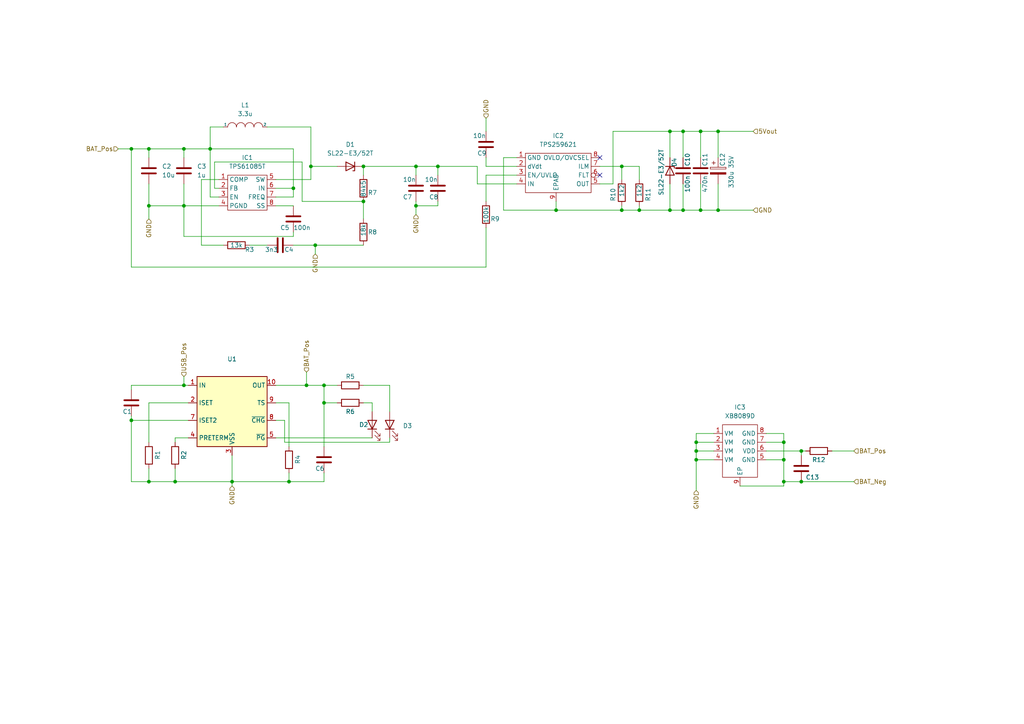
<source format=kicad_sch>
(kicad_sch (version 20211123) (generator eeschema)
  (paper "A4")
  (lib_symbols
    (symbol "Battery_Management:BQ24090DGQ"
      (property "Reference" "U" (at -9.398 13.462 0))
      (property "Value" "BQ24090DGQ" (at -3.81 11.43 0))
      (symbol "BQ24090DGQ_0_1"
        (rectangle (start -10.16 10.16) (end 10.16 -10.16) (stroke (width 0.254)) (fill (type background)))
      )
      (symbol "BQ24090DGQ_1_1"
        (pin power_in line (at -12.7 7.62 0) (length 2.54) (name "IN") (number "1"))
        (pin power_out line (at 12.7 7.62 180) (length 2.54) (name "OUT") (number "10"))
        (pin passive line (at 0 -12.7 90) (length 2.54) hide (name "VSS") (number "11"))
        (pin passive line (at -12.7 2.54 0) (length 2.54) (name "ISET") (number "2"))
        (pin power_in line (at 0 -12.7 90) (length 2.54) (name "VSS") (number "3"))
        (pin passive line (at -12.7 -7.62 0) (length 2.54) (name "PRETERM") (number "4"))
        (pin open_collector line (at 12.7 -7.62 180) (length 2.54) (name "~{PG}") (number "5"))
        (pin no_connect line (at 5.08 -10.16 90) (length 2.54) hide (name "NC") (number "6"))
        (pin passive line (at -12.7 -2.54 0) (length 2.54) (name "ISET2") (number "7"))
        (pin open_collector line (at 12.7 -2.54 180) (length 2.54) (name "~{CHG}") (number "8"))
        (pin passive line (at 12.7 2.54 180) (length 2.54) (name "TS") (number "9"))
      )
    )
    (symbol "Device:C" (pin_numbers hide) (pin_names (offset 0.254))
      (property "Reference" "C" (at 0.635 2.54 0))
      (property "Value" "C" (at 0.635 -2.54 0))
      (symbol "C_0_1"
        (polyline (pts (xy -2.032 -0.762) (xy 2.032 -0.762)) (stroke (width 0.508)))
        (polyline (pts (xy -2.032 0.762) (xy 2.032 0.762)) (stroke (width 0.508)))
      )
      (symbol "C_1_1"
        (pin passive line (at 0 3.81 270) (length 2.794) (name "~") (number "1"))
        (pin passive line (at 0 -3.81 90) (length 2.794) (name "~") (number "2"))
      )
    )
    (symbol "Device:C_Polarized" (pin_numbers hide) (pin_names (offset 0.254))
      (property "Reference" "C" (at 0.635 2.54 0))
      (property "Value" "C_Polarized" (at 0.635 -2.54 0))
      (symbol "C_Polarized_0_1"
        (rectangle (start -2.286 0.508) (end 2.286 1.016))
        (polyline (pts (xy -1.778 2.286) (xy -0.762 2.286)))
        (polyline (pts (xy -1.27 2.794) (xy -1.27 1.778)))
        (rectangle (start 2.286 -0.508) (end -2.286 -1.016) (fill (type outline)))
      )
      (symbol "C_Polarized_1_1"
        (pin passive line (at 0 3.81 270) (length 2.794) (name "~") (number "1"))
        (pin passive line (at 0 -3.81 90) (length 2.794) (name "~") (number "2"))
      )
    )
    (symbol "Device:D_Zener" (pin_numbers hide) (pin_names (offset 1.016) hide)
      (property "Reference" "D" (at 0 2.54 0))
      (property "Value" "D_Zener" (at 0 -2.54 0))
      (symbol "D_Zener_0_1"
        (polyline (pts (xy 1.27 0) (xy -1.27 0)))
        (polyline (pts (xy -1.27 -1.27) (xy -1.27 1.27) (xy -0.762 1.27)) (stroke (width 0.254)))
        (polyline (pts (xy 1.27 -1.27) (xy 1.27 1.27) (xy -1.27 0) (xy 1.27 -1.27)) (stroke (width 0.254)))
      )
      (symbol "D_Zener_1_1"
        (pin passive line (at -3.81 0 0) (length 2.54) (name "K") (number "1"))
        (pin passive line (at 3.81 0 180) (length 2.54) (name "A") (number "2"))
      )
    )
    (symbol "Device:LED" (pin_numbers hide) (pin_names (offset 1.016) hide)
      (property "Reference" "D" (at 0 2.54 0))
      (property "Value" "LED" (at 0 -2.54 0))
      (symbol "LED_0_1"
        (polyline (pts (xy -1.27 -1.27) (xy -1.27 1.27)) (stroke (width 0.254)))
        (polyline (pts (xy -1.27 0) (xy 1.27 0)))
        (polyline (pts (xy 1.27 -1.27) (xy 1.27 1.27) (xy -1.27 0) (xy 1.27 -1.27)) (stroke (width 0.254)))
        (polyline (pts (xy -3.048 -0.762) (xy -4.572 -2.286) (xy -3.81 -2.286) (xy -4.572 -2.286) (xy -4.572 -1.524)))
        (polyline (pts (xy -1.778 -0.762) (xy -3.302 -2.286) (xy -2.54 -2.286) (xy -3.302 -2.286) (xy -3.302 -1.524)))
      )
      (symbol "LED_1_1"
        (pin passive line (at -3.81 0 0) (length 2.54) (name "K") (number "1"))
        (pin passive line (at 3.81 0 180) (length 2.54) (name "A") (number "2"))
      )
    )
    (symbol "Device:R" (pin_numbers hide) (pin_names (offset 0))
      (property "Reference" "R" (at 2.032 0 90))
      (property "Value" "R" (at 0 0 90))
      (symbol "R_0_1"
        (rectangle (start -1.016 -2.54) (end 1.016 2.54) (stroke (width 0.254)))
      )
      (symbol "R_1_1"
        (pin passive line (at 0 3.81 270) (length 1.27) (name "~") (number "1"))
        (pin passive line (at 0 -3.81 90) (length 1.27) (name "~") (number "2"))
      )
    )
    (symbol "Project_Symbols:TPS259621"
      (property "Reference" "IC4" (at -0.635 11.43 0))
      (property "Value" "TPS259621" (at -0.635 8.89 0))
      (symbol "TPS259621_0_1"
        (rectangle (start -10.16 6.35) (end 8.89 -5.08))
      )
      (symbol "TPS259621_1_1"
        (pin power_out line (at -12.7 5.08 0) (length 2.54) (name "GND") (number "1"))
        (pin output line (at -12.7 2.54 0) (length 2.54) (name "dVdt") (number "2"))
        (pin input line (at -12.7 0 0) (length 2.54) (name "EN/UVLO") (number "3"))
        (pin power_in line (at -12.7 -2.54 0) (length 2.54) (name "IN") (number "4"))
        (pin power_out line (at 11.43 -2.54 180) (length 2.54) (name "OUT") (number "5"))
        (pin output inverted (at 11.43 0 180) (length 2.54) (name "FLT") (number "6"))
        (pin output line (at 11.43 2.54 180) (length 2.54) (name "ILM") (number "7"))
        (pin input line (at 11.43 5.08 180) (length 2.54) (name "OVLO/OVCSEL") (number "8"))
        (pin power_out line (at -1.27 -7.62 90) (length 2.54) (name "EPAD") (number "9"))
      )
    )
    (symbol "Project_Symbols:TPS61085T"
      (property "Reference" "IC" (at 0 8.89 0))
      (property "Value" "TPS61085T" (at 0 7.62 0))
      (symbol "TPS61085T_0_1"
        (rectangle (start -6.35 5.08) (end 5.08 -5.08))
      )
      (symbol "TPS61085T_1_1"
        (pin bidirectional line (at -8.89 3.81 0) (length 2.54) (name "COMP") (number "1"))
        (pin input line (at -8.89 1.27 0) (length 2.54) (name "FB") (number "2"))
        (pin input line (at -8.89 -1.27 0) (length 2.54) (name "EN") (number "3"))
        (pin power_out line (at -8.89 -3.81 0) (length 2.54) (name "PGND") (number "4"))
        (pin input line (at 7.62 3.81 180) (length 2.54) (name "SW") (number "5"))
        (pin power_in line (at 7.62 1.27 180) (length 2.54) (name "IN") (number "6"))
        (pin input line (at 7.62 -1.27 180) (length 2.54) (name "FREQ") (number "7"))
        (pin output line (at 7.62 -3.81 180) (length 2.54) (name "SS") (number "8"))
      )
    )
    (symbol "Project_Symbols:XB8089D"
      (property "Reference" "IC?" (at 0 12.7 0))
      (property "Value" "XB8089D" (at 0 10.16 0))
      (symbol "XB8089D_0_1"
        (rectangle (start -5.08 7.62) (end 5.08 -7.62))
      )
      (symbol "XB8089D_1_1"
        (pin input line (at -7.62 5.08 0) (length 2.54) (name "VM") (number "1"))
        (pin input line (at -7.62 2.54 0) (length 2.54) (name "VM") (number "2"))
        (pin input line (at -7.62 0 0) (length 2.54) (name "VM") (number "3"))
        (pin input line (at -7.62 -2.54 0) (length 2.54) (name "VM") (number "4"))
        (pin input line (at 7.62 -2.54 180) (length 2.54) (name "GND") (number "5"))
        (pin input line (at 7.62 0 180) (length 2.54) (name "VDD") (number "6"))
        (pin input line (at 7.62 2.54 180) (length 2.54) (name "GND") (number "7"))
        (pin input line (at 7.62 5.08 180) (length 2.54) (name "GND") (number "8"))
        (pin input line (at 0 -10.16 90) (length 2.54) (name "EP") (number "9"))
      )
    )
    (symbol "pspice:INDUCTOR" (pin_numbers hide) (pin_names (offset 0))
      (property "Reference" "L" (at 0 2.54 0))
      (property "Value" "INDUCTOR" (at 0 -1.27 0))
      (symbol "INDUCTOR_0_1"
        (arc (start -2.54 0) (mid -3.81 1.27) (end -5.08 0))
        (arc (start 0 0) (mid -1.27 1.27) (end -2.54 0))
        (arc (start 2.54 0) (mid 1.27 1.27) (end 0 0))
        (arc (start 5.08 0) (mid 3.81 1.27) (end 2.54 0))
      )
      (symbol "INDUCTOR_1_1"
        (pin input line (at -6.35 0 0) (length 1.27) (name "1") (number "1"))
        (pin input line (at 6.35 0 180) (length 1.27) (name "2") (number "2"))
      )
    )
  )
  (junction (at 201.93 130.81))
  (junction (at 38.1 121.92))
  (junction (at 120.65 48.26))
  (junction (at 43.18 139.7))
  (junction (at 53.34 111.76))
  (junction (at 43.18 43.18))
  (junction (at 232.41 130.81))
  (junction (at 161.29 60.96))
  (junction (at 203.2 60.96))
  (junction (at 227.33 139.7))
  (junction (at 43.18 59.69))
  (junction (at 38.1 43.18))
  (junction (at 85.09 54.61))
  (junction (at 83.82 139.7))
  (junction (at 208.28 38.1))
  (junction (at 180.34 60.96))
  (junction (at 185.42 60.96))
  (junction (at 67.31 139.7))
  (junction (at 227.33 128.27))
  (junction (at 201.93 133.35))
  (junction (at 198.12 38.1))
  (junction (at 60.96 43.18))
  (junction (at 93.98 111.76))
  (junction (at 88.9 111.76))
  (junction (at 105.41 58.42))
  (junction (at 90.17 48.26))
  (junction (at 53.34 59.69))
  (junction (at 227.33 133.35))
  (junction (at 201.93 128.27))
  (junction (at 194.31 38.1))
  (junction (at 93.98 116.84))
  (junction (at 203.2 38.1))
  (junction (at 105.41 48.26))
  (junction (at 208.28 60.96))
  (junction (at 180.34 48.26))
  (junction (at 127 48.26))
  (junction (at 232.41 139.7))
  (junction (at 198.12 60.96))
  (junction (at 91.44 71.12))
  (junction (at 50.8 139.7))
  (junction (at 53.34 43.18))
  (junction (at 194.31 60.96))
  (junction (at 120.65 59.69))
  (no_connect (at 173.99 50.8))
  (no_connect (at 173.99 45.72))
  (wire (pts (xy 38.1 120.65) (xy 38.1 121.92)))
  (wire (pts (xy 227.33 140.97) (xy 227.33 139.7)))
  (wire (pts (xy 93.98 137.16) (xy 93.98 139.7)))
  (wire (pts (xy 63.5 52.07) (xy 58.42 52.07)))
  (wire (pts (xy 208.28 60.96) (xy 218.44 60.96)))
  (wire (pts (xy 83.82 137.16) (xy 83.82 139.7)))
  (wire (pts (xy 80.01 52.07) (xy 90.17 52.07)))
  (wire (pts (xy 120.65 59.69) (xy 127 59.69)))
  (wire (pts (xy 177.8 53.34) (xy 177.8 38.1)))
  (wire (pts (xy 43.18 53.34) (xy 43.18 59.69)))
  (wire (pts (xy 38.1 121.92) (xy 54.61 121.92)))
  (wire (pts (xy 180.34 48.26) (xy 185.42 48.26)))
  (wire (pts (xy 43.18 116.84) (xy 54.61 116.84)))
  (wire (pts (xy 93.98 116.84) (xy 93.98 129.54)))
  (wire (pts (xy 194.31 60.96) (xy 198.12 60.96)))
  (wire (pts (xy 80.01 127) (xy 107.95 127)))
  (wire (pts (xy 208.28 38.1) (xy 218.44 38.1)))
  (wire (pts (xy 105.41 48.26) (xy 120.65 48.26)))
  (wire (pts (xy 222.25 133.35) (xy 227.33 133.35)))
  (wire (pts (xy 140.97 50.8) (xy 149.86 50.8)))
  (wire (pts (xy 83.82 139.7) (xy 93.98 139.7)))
  (wire (pts (xy 201.93 133.35) (xy 201.93 142.24)))
  (wire (pts (xy 105.41 58.42) (xy 105.41 63.5)))
  (wire (pts (xy 177.8 38.1) (xy 194.31 38.1)))
  (wire (pts (xy 140.97 48.26) (xy 149.86 48.26)))
  (wire (pts (xy 38.1 77.47) (xy 140.97 77.47)))
  (wire (pts (xy 50.8 139.7) (xy 67.31 139.7)))
  (wire (pts (xy 120.65 58.42) (xy 120.65 59.69)))
  (wire (pts (xy 198.12 38.1) (xy 198.12 45.72)))
  (wire (pts (xy 53.34 43.18) (xy 60.96 43.18)))
  (wire (pts (xy 120.65 59.69) (xy 120.65 62.23)))
  (wire (pts (xy 241.3 130.81) (xy 247.65 130.81)))
  (wire (pts (xy 127 48.26) (xy 138.43 48.26)))
  (wire (pts (xy 72.39 71.12) (xy 77.47 71.12)))
  (wire (pts (xy 207.01 125.73) (xy 201.93 125.73)))
  (wire (pts (xy 208.28 53.34) (xy 208.28 60.96)))
  (wire (pts (xy 83.82 116.84) (xy 83.82 129.54)))
  (wire (pts (xy 203.2 38.1) (xy 203.2 45.72)))
  (wire (pts (xy 87.63 46.99) (xy 87.63 58.42)))
  (wire (pts (xy 198.12 53.34) (xy 198.12 60.96)))
  (wire (pts (xy 88.9 107.95) (xy 88.9 111.76)))
  (wire (pts (xy 60.96 36.83) (xy 60.96 43.18)))
  (wire (pts (xy 105.41 111.76) (xy 113.03 111.76)))
  (wire (pts (xy 203.2 38.1) (xy 208.28 38.1)))
  (wire (pts (xy 90.17 48.26) (xy 97.79 48.26)))
  (wire (pts (xy 227.33 125.73) (xy 227.33 128.27)))
  (wire (pts (xy 53.34 68.58) (xy 53.34 59.69)))
  (wire (pts (xy 222.25 125.73) (xy 227.33 125.73)))
  (wire (pts (xy 161.29 60.96) (xy 161.29 58.42)))
  (wire (pts (xy 180.34 59.69) (xy 180.34 60.96)))
  (wire (pts (xy 232.41 130.81) (xy 233.68 130.81)))
  (wire (pts (xy 50.8 135.89) (xy 50.8 139.7)))
  (wire (pts (xy 85.09 59.69) (xy 80.01 59.69)))
  (wire (pts (xy 201.93 125.73) (xy 201.93 128.27)))
  (wire (pts (xy 80.01 116.84) (xy 83.82 116.84)))
  (wire (pts (xy 93.98 116.84) (xy 97.79 116.84)))
  (wire (pts (xy 50.8 128.27) (xy 50.8 127)))
  (wire (pts (xy 185.42 60.96) (xy 194.31 60.96)))
  (wire (pts (xy 83.82 139.7) (xy 67.31 139.7)))
  (wire (pts (xy 173.99 48.26) (xy 180.34 48.26)))
  (wire (pts (xy 60.96 43.18) (xy 60.96 57.15)))
  (wire (pts (xy 85.09 54.61) (xy 85.09 43.18)))
  (wire (pts (xy 194.31 38.1) (xy 198.12 38.1)))
  (wire (pts (xy 58.42 71.12) (xy 64.77 71.12)))
  (wire (pts (xy 80.01 54.61) (xy 85.09 54.61)))
  (wire (pts (xy 38.1 139.7) (xy 43.18 139.7)))
  (wire (pts (xy 53.34 43.18) (xy 53.34 45.72)))
  (wire (pts (xy 43.18 128.27) (xy 43.18 116.84)))
  (wire (pts (xy 140.97 45.72) (xy 140.97 48.26)))
  (wire (pts (xy 38.1 113.03) (xy 38.1 111.76)))
  (wire (pts (xy 214.63 140.97) (xy 227.33 140.97)))
  (wire (pts (xy 85.09 43.18) (xy 60.96 43.18)))
  (wire (pts (xy 198.12 60.96) (xy 203.2 60.96)))
  (wire (pts (xy 227.33 128.27) (xy 227.33 133.35)))
  (wire (pts (xy 194.31 38.1) (xy 194.31 45.72)))
  (wire (pts (xy 149.86 45.72) (xy 146.05 45.72)))
  (wire (pts (xy 91.44 71.12) (xy 105.41 71.12)))
  (wire (pts (xy 93.98 111.76) (xy 93.98 116.84)))
  (wire (pts (xy 50.8 127) (xy 54.61 127)))
  (wire (pts (xy 85.09 67.31) (xy 85.09 68.58)))
  (wire (pts (xy 53.34 109.22) (xy 53.34 111.76)))
  (wire (pts (xy 58.42 52.07) (xy 58.42 71.12)))
  (wire (pts (xy 120.65 48.26) (xy 127 48.26)))
  (wire (pts (xy 53.34 59.69) (xy 63.5 59.69)))
  (wire (pts (xy 63.5 57.15) (xy 60.96 57.15)))
  (wire (pts (xy 87.63 58.42) (xy 105.41 58.42)))
  (wire (pts (xy 53.34 59.69) (xy 43.18 59.69)))
  (wire (pts (xy 67.31 132.08) (xy 67.31 139.7)))
  (wire (pts (xy 201.93 128.27) (xy 201.93 130.81)))
  (wire (pts (xy 43.18 59.69) (xy 43.18 63.5)))
  (wire (pts (xy 82.55 121.92) (xy 82.55 128.27)))
  (wire (pts (xy 138.43 48.26) (xy 138.43 53.34)))
  (wire (pts (xy 38.1 43.18) (xy 38.1 77.47)))
  (wire (pts (xy 203.2 53.34) (xy 203.2 60.96)))
  (wire (pts (xy 140.97 50.8) (xy 140.97 58.42)))
  (wire (pts (xy 43.18 43.18) (xy 43.18 45.72)))
  (wire (pts (xy 53.34 53.34) (xy 53.34 59.69)))
  (wire (pts (xy 227.33 133.35) (xy 227.33 139.7)))
  (wire (pts (xy 85.09 57.15) (xy 80.01 57.15)))
  (wire (pts (xy 62.23 54.61) (xy 62.23 46.99)))
  (wire (pts (xy 62.23 46.99) (xy 87.63 46.99)))
  (wire (pts (xy 90.17 36.83) (xy 90.17 48.26)))
  (wire (pts (xy 43.18 43.18) (xy 53.34 43.18)))
  (wire (pts (xy 140.97 34.29) (xy 140.97 38.1)))
  (wire (pts (xy 146.05 45.72) (xy 146.05 60.96)))
  (wire (pts (xy 222.25 130.81) (xy 232.41 130.81)))
  (wire (pts (xy 82.55 128.27) (xy 113.03 128.27)))
  (wire (pts (xy 180.34 48.26) (xy 180.34 52.07)))
  (wire (pts (xy 113.03 111.76) (xy 113.03 119.38)))
  (wire (pts (xy 138.43 53.34) (xy 149.86 53.34)))
  (wire (pts (xy 38.1 111.76) (xy 53.34 111.76)))
  (wire (pts (xy 64.77 36.83) (xy 60.96 36.83)))
  (wire (pts (xy 201.93 130.81) (xy 207.01 130.81)))
  (wire (pts (xy 161.29 60.96) (xy 180.34 60.96)))
  (wire (pts (xy 91.44 71.12) (xy 91.44 73.66)))
  (wire (pts (xy 127 48.26) (xy 127 50.8)))
  (wire (pts (xy 208.28 38.1) (xy 208.28 45.72)))
  (wire (pts (xy 107.95 116.84) (xy 107.95 119.38)))
  (wire (pts (xy 80.01 111.76) (xy 88.9 111.76)))
  (wire (pts (xy 227.33 139.7) (xy 232.41 139.7)))
  (wire (pts (xy 67.31 139.7) (xy 67.31 140.97)))
  (wire (pts (xy 80.01 121.92) (xy 82.55 121.92)))
  (wire (pts (xy 203.2 60.96) (xy 208.28 60.96)))
  (wire (pts (xy 90.17 48.26) (xy 90.17 52.07)))
  (wire (pts (xy 146.05 60.96) (xy 161.29 60.96)))
  (wire (pts (xy 77.47 36.83) (xy 90.17 36.83)))
  (wire (pts (xy 88.9 111.76) (xy 93.98 111.76)))
  (wire (pts (xy 201.93 130.81) (xy 201.93 133.35)))
  (wire (pts (xy 140.97 66.04) (xy 140.97 77.47)))
  (wire (pts (xy 222.25 128.27) (xy 227.33 128.27)))
  (wire (pts (xy 127 58.42) (xy 127 59.69)))
  (wire (pts (xy 53.34 111.76) (xy 54.61 111.76)))
  (wire (pts (xy 85.09 71.12) (xy 91.44 71.12)))
  (wire (pts (xy 201.93 128.27) (xy 207.01 128.27)))
  (wire (pts (xy 53.34 68.58) (xy 85.09 68.58)))
  (wire (pts (xy 232.41 130.81) (xy 232.41 132.08)))
  (wire (pts (xy 185.42 48.26) (xy 185.42 52.07)))
  (wire (pts (xy 38.1 43.18) (xy 43.18 43.18)))
  (wire (pts (xy 43.18 135.89) (xy 43.18 139.7)))
  (wire (pts (xy 194.31 53.34) (xy 194.31 60.96)))
  (wire (pts (xy 232.41 139.7) (xy 247.65 139.7)))
  (wire (pts (xy 38.1 121.92) (xy 38.1 139.7)))
  (wire (pts (xy 85.09 54.61) (xy 85.09 57.15)))
  (wire (pts (xy 180.34 60.96) (xy 185.42 60.96)))
  (wire (pts (xy 34.29 43.18) (xy 38.1 43.18)))
  (wire (pts (xy 113.03 127) (xy 113.03 128.27)))
  (wire (pts (xy 201.93 133.35) (xy 207.01 133.35)))
  (wire (pts (xy 198.12 38.1) (xy 203.2 38.1)))
  (wire (pts (xy 43.18 139.7) (xy 50.8 139.7)))
  (wire (pts (xy 185.42 60.96) (xy 185.42 59.69)))
  (wire (pts (xy 120.65 48.26) (xy 120.65 50.8)))
  (wire (pts (xy 105.41 48.26) (xy 105.41 50.8)))
  (wire (pts (xy 93.98 111.76) (xy 97.79 111.76)))
  (wire (pts (xy 63.5 54.61) (xy 62.23 54.61)))
  (wire (pts (xy 173.99 53.34) (xy 177.8 53.34)))
  (wire (pts (xy 105.41 116.84) (xy 107.95 116.84)))
  (hierarchical_label "BAT_Pos" (shape input) (at 247.65 130.81 0))
  (hierarchical_label "5Vout" (shape input) (at 218.44 38.1 0))
  (hierarchical_label "GND" (shape input) (at 91.44 73.66 270))
  (hierarchical_label "USB_Pos" (shape input) (at 53.34 109.22 90))
  (hierarchical_label "BAT_Pos" (shape input) (at 88.9 107.95 90))
  (hierarchical_label "GND" (shape input) (at 140.97 34.29 90))
  (hierarchical_label "GND" (shape input) (at 218.44 60.96 0))
  (hierarchical_label "GND" (shape input) (at 43.18 63.5 270))
  (hierarchical_label "GND" (shape input) (at 67.31 140.97 270))
  (hierarchical_label "GND" (shape input) (at 201.93 142.24 270))
  (hierarchical_label "GND" (shape input) (at 120.65 62.23 270))
  (hierarchical_label "BAT_Pos" (shape input) (at 34.29 43.18 180))
  (hierarchical_label "BAT_Neg" (shape input) (at 247.65 139.7 0))
  (symbol (lib_id "Device:R") (at 105.41 54.61 0) (unit 1)
    (property "Reference" "R7" (at 106.68 55.88 0) (effects (justify left)))
    (property "Value" "84k5" (at 105.41 57.15 90) (effects (justify left)))
  )
  (symbol (lib_id "Device:C") (at 53.34 49.53 0) (unit 1)
    (property "Reference" "C3" (at 57.15 48.2599 0) (effects (justify left)))
    (property "Value" "1u" (at 57.15 50.7999 0) (effects (justify left)))
  )
  (symbol (lib_id "Device:R") (at 180.34 55.88 0) (unit 1)
    (property "Reference" "R10" (at 177.8 58.42 90) (effects (justify left)))
    (property "Value" "1k2" (at 180.34 57.15 90) (effects (justify left)))
  )
  (symbol (lib_id "Device:C") (at 120.65 54.61 180) (unit 1)
    (property "Reference" "C7" (at 116.84 57.15 0) (effects (justify right)))
    (property "Value" "10n" (at 116.84 52.07 0) (effects (justify right)))
  )
  (symbol (lib_id "Battery_Management:BQ24090DGQ") (at 67.31 119.38 0) (unit 1)
    (property "Reference" "U1" (at 67.31 104.14 0))
    (property "Datasheet" "http://www.ti.com/lit/ds/symlink/bq24090.pdf" (effects hide))
  )
  (symbol (lib_id "Device:R") (at 50.8 132.08 0) (unit 1)
    (property "Reference" "R2" (at 53.34 133.35 90) (effects (justify left)))
  )
  (symbol (lib_id "Device:C") (at 93.98 133.35 0) (unit 1)
    (property "Reference" "C6" (at 91.44 135.89 0) (effects (justify left)))
  )
  (symbol (lib_id "Device:C") (at 38.1 116.84 0) (unit 1)
    (property "Reference" "C1" (at 35.56 119.38 0) (effects (justify left)))
  )
  (symbol (lib_id "Device:LED") (at 113.03 123.19 90) (unit 1)
    (property "Reference" "D3" (at 116.84 123.5074 90) (effects (justify right)))
  )
  (symbol (lib_id "Device:C") (at 127 54.61 0) (unit 1)
    (property "Reference" "C8" (at 124.46 57.15 0) (effects (justify left)))
    (property "Value" "10n" (at 123.19 52.07 0) (effects (justify left)))
  )
  (symbol (lib_id "Project_Symbols:TPS61085T") (at 72.39 55.88 0) (unit 1)
    (property "Reference" "IC1" (at 71.755 45.72 0))
    (property "Value" "TPS61085T" (at 71.755 48.26 0))
    (property "Footprint" "Package_SO:TSSOP-8_3x3mm_P0.65mm" (effects hide))
    (property "Datasheet" "https://www.ti.com/lit/ds/symlink/tps61085t.pdf?ts=1650853366486" (effects hide))
  )
  (symbol (lib_id "Device:C") (at 43.18 49.53 0) (unit 1)
    (property "Reference" "C2" (at 46.99 48.2599 0) (effects (justify left)))
    (property "Value" "10u" (at 46.99 50.7999 0) (effects (justify left)))
  )
  (symbol (lib_id "Device:D_Zener") (at 101.6 48.26 180) (unit 1)
    (property "Reference" "D1" (at 101.6 41.91 0))
    (property "Value" "SL22-E3/52T" (at 101.6 44.45 0))
  )
  (symbol (lib_id "Device:R") (at 237.49 130.81 90) (unit 1)
    (property "Reference" "R12" (at 237.49 133.35 90))
  )
  (symbol (lib_id "Device:R") (at 105.41 67.31 0) (unit 1)
    (property "Reference" "R8" (at 106.68 67.31 0) (effects (justify left)))
    (property "Value" "18k" (at 105.41 68.58 90) (effects (justify left)))
  )
  (symbol (lib_id "Device:R") (at 101.6 111.76 90) (unit 1)
    (property "Reference" "R5" (at 101.6 109.22 90))
  )
  (symbol (lib_id "Device:D_Zener") (at 194.31 49.53 270) (unit 1)
    (property "Reference" "D4" (at 195.58 45.72 0) (effects (justify left)))
    (property "Value" "SL22-E3/52T" (at 191.77 43.18 0) (effects (justify left)))
  )
  (symbol (lib_id "Device:R") (at 43.18 132.08 0) (unit 1)
    (property "Reference" "R1" (at 45.72 133.35 90) (effects (justify left)))
  )
  (symbol (lib_id "Project_Symbols:TPS259621") (at 162.56 50.8 0) (unit 1)
    (property "Reference" "IC2" (at 161.925 39.37 0))
    (property "Value" "TPS259621" (at 161.925 41.91 0))
  )
  (symbol (lib_id "Device:C") (at 232.41 135.89 0) (unit 1)
    (property "Reference" "C13" (at 233.68 138.43 0) (effects (justify left)))
  )
  (symbol (lib_id "Device:R") (at 83.82 133.35 0) (unit 1)
    (property "Reference" "R4" (at 86.36 134.62 90) (effects (justify left)))
  )
  (symbol (lib_id "Device:C_Polarized") (at 208.28 49.53 0) (unit 1)
    (property "Reference" "C12" (at 209.55 48.26 90) (effects (justify left)))
    (property "Value" "330u 35V" (at 212.09 54.61 90) (effects (justify left)))
  )
  (symbol (lib_id "Device:R") (at 68.58 71.12 90) (unit 1)
    (property "Reference" "R3" (at 72.39 72.39 90))
    (property "Value" "13k" (at 68.58 71.12 90))
  )
  (symbol (lib_id "Device:C") (at 140.97 41.91 0) (unit 1)
    (property "Reference" "C9" (at 138.43 44.45 0) (effects (justify left)))
    (property "Value" "10n" (at 137.16 39.37 0) (effects (justify left)))
  )
  (symbol (lib_id "Device:C") (at 203.2 49.53 0) (unit 1)
    (property "Reference" "C11" (at 204.47 48.26 90) (effects (justify left)))
    (property "Value" "470n" (at 204.47 55.88 90) (effects (justify left)))
  )
  (symbol (lib_id "Device:R") (at 101.6 116.84 90) (unit 1)
    (property "Reference" "R6" (at 101.6 119.38 90))
  )
  (symbol (lib_id "Device:C") (at 81.28 71.12 90) (unit 1)
    (property "Reference" "C4" (at 83.82 72.39 90))
    (property "Value" "3n3" (at 78.74 72.39 90))
  )
  (symbol (lib_id "Device:LED") (at 107.95 123.19 90) (unit 1)
    (property "Reference" "D2" (at 104.14 123.19 90) (effects (justify right)))
  )
  (symbol (lib_id "Device:R") (at 185.42 55.88 0) (unit 1)
    (property "Reference" "R11" (at 187.96 58.42 90) (effects (justify left)))
    (property "Value" "1k2" (at 185.42 57.15 90) (effects (justify left)))
  )
  (symbol (lib_id "pspice:INDUCTOR") (at 71.12 36.83 0) (unit 1)
    (property "Reference" "L1" (at 71.12 30.48 0))
    (property "Value" "3.3u" (at 71.12 33.02 0))
  )
  (symbol (lib_id "Device:C") (at 198.12 49.53 0) (unit 1)
    (property "Reference" "C10" (at 199.39 48.26 90) (effects (justify left)))
    (property "Value" "100n" (at 199.39 55.88 90) (effects (justify left)))
  )
  (symbol (lib_id "Project_Symbols:XB8089D") (at 214.63 130.81 0) (unit 1)
    (property "Reference" "IC3" (at 214.63 118.11 0))
    (property "Value" "XB8089D" (at 214.63 120.65 0))
    (property "Footprint" "Package_SO:HTSOP-8-1EP_3.9x4.9mm_P1.27mm_EP2.4x3.2mm" (effects hide))
    (property "Datasheet" "https://datasheet.lcsc.com/lcsc/1811151452_XySemi-XB8089D_C79928.pdf" (effects hide))
  )
  (symbol (lib_id "Device:C") (at 85.09 63.5 0) (unit 1)
    (property "Reference" "C5" (at 81.28 66.04 0) (effects (justify left)))
    (property "Value" "100n" (at 85.09 66.04 0) (effects (justify left)))
  )
  (symbol (lib_id "Device:R") (at 140.97 62.23 0) (unit 1)
    (property "Reference" "R9" (at 142.24 63.5 0) (effects (justify left)))
    (property "Value" "100k" (at 140.97 64.77 90) (effects (justify left)))
  )
)
</source>
